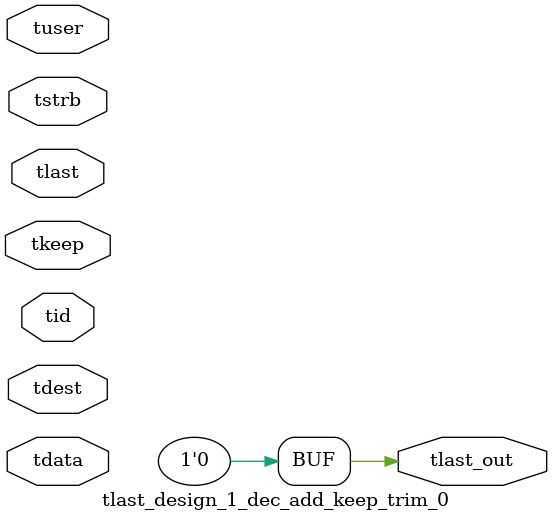
<source format=v>


`timescale 1ps/1ps

module tlast_design_1_dec_add_keep_trim_0 #
(
parameter C_S_AXIS_TID_WIDTH   = 1,
parameter C_S_AXIS_TUSER_WIDTH = 0,
parameter C_S_AXIS_TDATA_WIDTH = 0,
parameter C_S_AXIS_TDEST_WIDTH = 0
)
(
input  [(C_S_AXIS_TID_WIDTH   == 0 ? 1 : C_S_AXIS_TID_WIDTH)-1:0       ] tid,
input  [(C_S_AXIS_TDATA_WIDTH == 0 ? 1 : C_S_AXIS_TDATA_WIDTH)-1:0     ] tdata,
input  [(C_S_AXIS_TUSER_WIDTH == 0 ? 1 : C_S_AXIS_TUSER_WIDTH)-1:0     ] tuser,
input  [(C_S_AXIS_TDEST_WIDTH == 0 ? 1 : C_S_AXIS_TDEST_WIDTH)-1:0     ] tdest,
input  [(C_S_AXIS_TDATA_WIDTH/8)-1:0 ] tkeep,
input  [(C_S_AXIS_TDATA_WIDTH/8)-1:0 ] tstrb,
input  [0:0]                                                             tlast,
output                                                                   tlast_out
);

assign tlast_out = {1'b0};

endmodule


</source>
